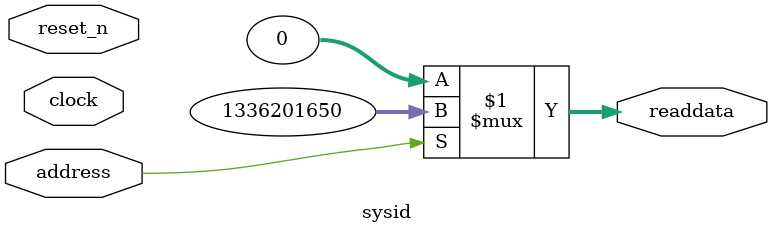
<source format=v>

`timescale 1ns / 1ps
// synthesis translate_on

// turn off superfluous verilog processor warnings 
// altera message_level Level1 
// altera message_off 10034 10035 10036 10037 10230 10240 10030 

module sysid (
               // inputs:
                address,
                clock,
                reset_n,

               // outputs:
                readdata
             )
;

  output  [ 31: 0] readdata;
  input            address;
  input            clock;
  input            reset_n;

  wire    [ 31: 0] readdata;
  //control_slave, which is an e_avalon_slave
  assign readdata = address ? 1336201650 : 0;

endmodule


</source>
